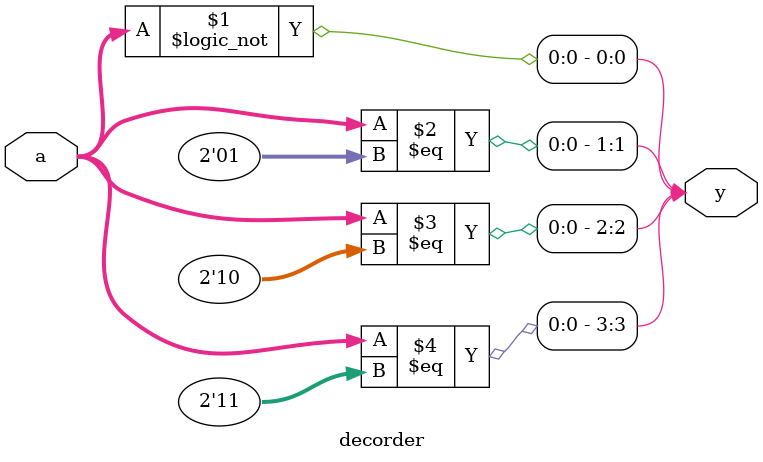
<source format=v>
 module decorder(a,y);
input [1:0] a;
output [3:0] y;


assign y[0]= a==2'b00;
assign y[1]= a==2'b01;
assign y[2]= a==2'b10;
assign y[3]= a==2'b11;

endmodule

</source>
